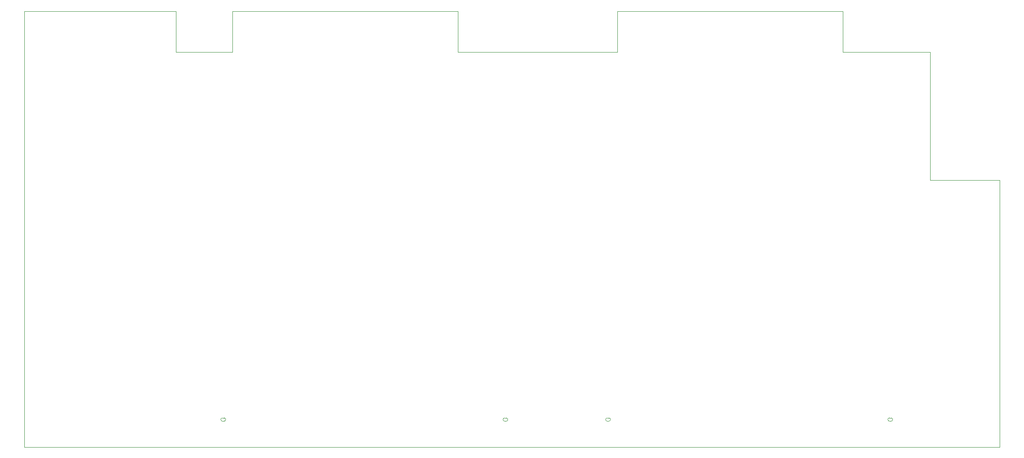
<source format=gbr>
%TF.GenerationSoftware,KiCad,Pcbnew,6.0.0*%
%TF.CreationDate,2022-01-14T14:38:36+01:00*%
%TF.ProjectId,PowerBank V0.2,506f7765-7242-4616-9e6b-2056302e322e,rev?*%
%TF.SameCoordinates,PX2aea540PY80befc0*%
%TF.FileFunction,Profile,NP*%
%FSLAX46Y46*%
G04 Gerber Fmt 4.6, Leading zero omitted, Abs format (unit mm)*
G04 Created by KiCad (PCBNEW 6.0.0) date 2022-01-14 14:38:36*
%MOMM*%
%LPD*%
G01*
G04 APERTURE LIST*
%TA.AperFunction,Profile*%
%ADD10C,0.050000*%
%TD*%
%TA.AperFunction,Profile*%
%ADD11C,0.100000*%
%TD*%
G04 APERTURE END LIST*
D10*
X190000000Y52000000D02*
X190000000Y0D01*
X176500000Y52000000D02*
X176500000Y77000000D01*
X176500000Y52000000D02*
X190000000Y52000000D01*
X176500000Y77000000D02*
X170500000Y77000000D01*
X159500000Y77000000D02*
X170500000Y77000000D01*
X159500000Y85000000D02*
X159500000Y77000000D01*
X115500000Y85000000D02*
X159500000Y85000000D01*
X115500000Y77000000D02*
X115500000Y85000000D01*
X84500000Y77000000D02*
X115500000Y77000000D01*
X84500000Y85000000D02*
X84500000Y77000000D01*
X40500000Y85000000D02*
X84500000Y85000000D01*
X40500000Y77000000D02*
X40500000Y85000000D01*
X29500000Y77000000D02*
X40500000Y77000000D01*
X29500000Y85000000D02*
X29500000Y77000000D01*
X0Y85000000D02*
X29500000Y85000000D01*
X0Y0D02*
X0Y85000000D01*
X190000000Y0D02*
X0Y0D01*
D11*
%TO.C,J9*%
X93575000Y5675000D02*
X93875000Y5675000D01*
X93875000Y5025000D02*
X93575000Y5025000D01*
X94200000Y5350000D02*
G75*
G03*
X93875000Y5675000I-325000J0D01*
G01*
X93875000Y5025000D02*
G75*
G03*
X94200000Y5350000I0J325000D01*
G01*
X93250000Y5350000D02*
G75*
G03*
X93575000Y5025000I325000J0D01*
G01*
X93575000Y5675000D02*
G75*
G03*
X93250000Y5350000I0J-325000D01*
G01*
%TO.C,J8*%
X113575000Y5675000D02*
X113875000Y5675000D01*
X113875000Y5025000D02*
X113575000Y5025000D01*
X114200000Y5350000D02*
G75*
G03*
X113875000Y5675000I-325000J0D01*
G01*
X113875000Y5025000D02*
G75*
G03*
X114200000Y5350000I0J325000D01*
G01*
X113250000Y5350000D02*
G75*
G03*
X113575000Y5025000I325000J0D01*
G01*
X113575000Y5675000D02*
G75*
G03*
X113250000Y5350000I0J-325000D01*
G01*
%TO.C,J7*%
X168575000Y5675000D02*
X168875000Y5675000D01*
X168875000Y5025000D02*
X168575000Y5025000D01*
X169200000Y5350000D02*
G75*
G03*
X168875000Y5675000I-325000J0D01*
G01*
X168875000Y5025000D02*
G75*
G03*
X169200000Y5350000I0J325000D01*
G01*
X168250000Y5350000D02*
G75*
G03*
X168575000Y5025000I325000J0D01*
G01*
X168575000Y5675000D02*
G75*
G03*
X168250000Y5350000I0J-325000D01*
G01*
%TO.C,J1*%
X38875000Y5025000D02*
X38575000Y5025000D01*
X38575000Y5675000D02*
X38875000Y5675000D01*
X39200000Y5350000D02*
G75*
G03*
X38875000Y5675000I-325000J0D01*
G01*
X38875000Y5025000D02*
G75*
G03*
X39200000Y5350000I0J325000D01*
G01*
X38250000Y5350000D02*
G75*
G03*
X38575000Y5025000I325000J0D01*
G01*
X38575000Y5675000D02*
G75*
G03*
X38250000Y5350000I0J-325000D01*
G01*
%TD*%
M02*

</source>
